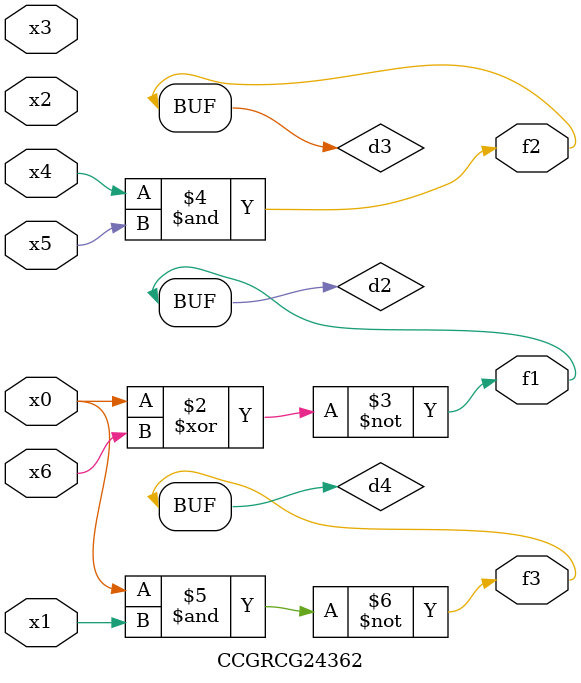
<source format=v>
module CCGRCG24362(
	input x0, x1, x2, x3, x4, x5, x6,
	output f1, f2, f3
);

	wire d1, d2, d3, d4;

	nor (d1, x0);
	xnor (d2, x0, x6);
	and (d3, x4, x5);
	nand (d4, x0, x1);
	assign f1 = d2;
	assign f2 = d3;
	assign f3 = d4;
endmodule

</source>
